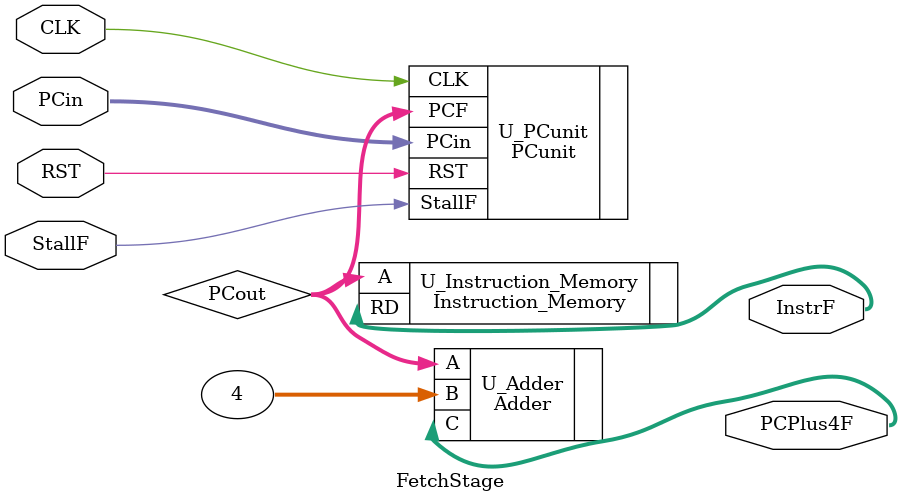
<source format=v>
module FetchStage
(
    input       wire                CLK,
    input       wire                RST,
    input       wire                StallF, 
    input       wire    [31:0]      PCin,
    output      wire    [31:0]      PCPlus4F,
    output      wire    [31:0]      InstrF
);

wire    [31:0]  PCout;
PCunit U_PCunit
(
.CLK(CLK), 
.RST(RST), 
.StallF(StallF), 
.PCin(PCin),
.PCF(PCout)
);

Instruction_Memory U_Instruction_Memory 
(
.A(PCout),
.RD(InstrF)
);

Adder U_Adder 
(
.A(PCout),
.B(32'd4),
.C(PCPlus4F)
);

endmodule
</source>
